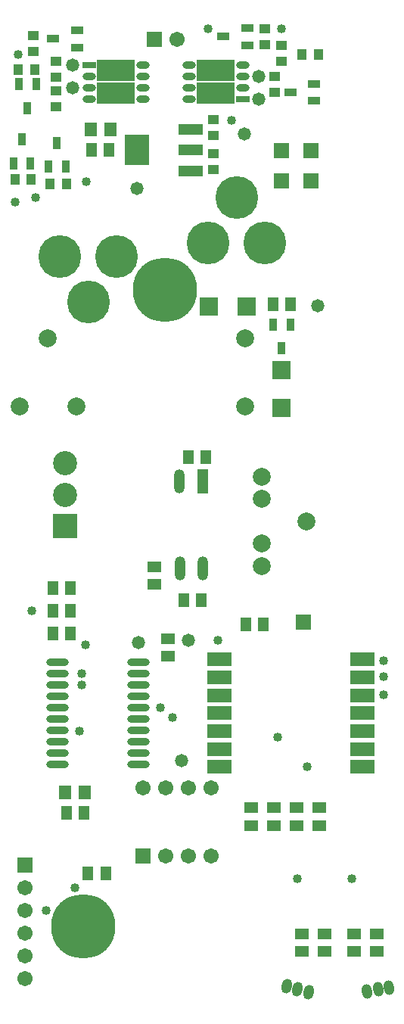
<source format=gts>
%FSTAX24Y24*%
%MOIN*%
G70*
G01*
G75*
G04 Layer_Color=8388736*
%ADD10O,0.0394X0.0984*%
%ADD11R,0.0394X0.0984*%
%ADD12R,0.0394X0.0512*%
%ADD13R,0.0709X0.0709*%
%ADD14R,0.0472X0.0512*%
%ADD15R,0.1004X0.0374*%
%ADD16R,0.1004X0.1299*%
%ADD17R,0.0512X0.0394*%
%ADD18R,0.0630X0.0630*%
%ADD19R,0.0374X0.0315*%
%ADD20R,0.0984X0.0512*%
%ADD21O,0.0906X0.0236*%
%ADD22R,0.0709X0.0709*%
%ADD23R,0.0256X0.0472*%
%ADD24R,0.1575X0.0866*%
%ADD25R,0.0512X0.0236*%
%ADD26O,0.0512X0.0236*%
%ADD27R,0.0315X0.0374*%
%ADD28R,0.0472X0.0256*%
%ADD29C,0.0100*%
%ADD30C,0.0300*%
%ADD31C,0.0250*%
%ADD32C,0.0600*%
%ADD33C,0.0200*%
%ADD34C,0.0080*%
%ADD35C,0.0060*%
%ADD36C,0.2756*%
%ADD37C,0.0709*%
%ADD38C,0.0984*%
%ADD39R,0.0984X0.0984*%
G04:AMPARAMS|DCode=40|XSize=37.4mil|YSize=57.1mil|CornerRadius=0mil|HoleSize=0mil|Usage=FLASHONLY|Rotation=345.000|XOffset=0mil|YOffset=0mil|HoleType=Round|Shape=Round|*
%AMOVALD40*
21,1,0.0197,0.0374,0.0000,0.0000,75.0*
1,1,0.0374,-0.0025,-0.0095*
1,1,0.0374,0.0025,0.0095*
%
%ADD40OVALD40*%

G04:AMPARAMS|DCode=41|XSize=37.4mil|YSize=57.1mil|CornerRadius=0mil|HoleSize=0mil|Usage=FLASHONLY|Rotation=10.000|XOffset=0mil|YOffset=0mil|HoleType=Round|Shape=Round|*
%AMOVALD41*
21,1,0.0197,0.0374,0.0000,0.0000,100.0*
1,1,0.0374,0.0017,-0.0097*
1,1,0.0374,-0.0017,0.0097*
%
%ADD41OVALD41*%

%ADD42R,0.0591X0.0591*%
%ADD43C,0.0591*%
%ADD44R,0.0591X0.0591*%
%ADD45C,0.1800*%
%ADD46C,0.0320*%
%ADD47C,0.0500*%
%ADD48C,0.0098*%
%ADD49C,0.0079*%
%ADD50C,0.0236*%
%ADD51C,0.0040*%
%ADD52C,0.0030*%
G04:AMPARAMS|DCode=53|XSize=165.4mil|YSize=0mil|CornerRadius=0mil|HoleSize=0mil|Usage=FLASHONLY|Rotation=345.000|XOffset=0mil|YOffset=0mil|HoleType=Round|Shape=Rectangle|*
%AMROTATEDRECTD53*
4,1,4,-0.0799,0.0214,-0.0799,0.0214,0.0799,-0.0214,0.0799,-0.0214,-0.0799,0.0214,0.0*
%
%ADD53ROTATEDRECTD53*%

G04:AMPARAMS|DCode=54|XSize=173.2mil|YSize=15.7mil|CornerRadius=0mil|HoleSize=0mil|Usage=FLASHONLY|Rotation=345.000|XOffset=0mil|YOffset=0mil|HoleType=Round|Shape=Rectangle|*
%AMROTATEDRECTD54*
4,1,4,-0.0857,0.0148,-0.0816,0.0300,0.0857,-0.0148,0.0816,-0.0300,-0.0857,0.0148,0.0*
%
%ADD54ROTATEDRECTD54*%

G04:AMPARAMS|DCode=55|XSize=165.4mil|YSize=0mil|CornerRadius=0mil|HoleSize=0mil|Usage=FLASHONLY|Rotation=10.000|XOffset=0mil|YOffset=0mil|HoleType=Round|Shape=Rectangle|*
%AMROTATEDRECTD55*
4,1,4,-0.0814,-0.0144,-0.0814,-0.0144,0.0814,0.0144,0.0814,0.0144,-0.0814,-0.0144,0.0*
%
%ADD55ROTATEDRECTD55*%

G04:AMPARAMS|DCode=56|XSize=173.2mil|YSize=15.7mil|CornerRadius=0mil|HoleSize=0mil|Usage=FLASHONLY|Rotation=10.000|XOffset=0mil|YOffset=0mil|HoleType=Round|Shape=Rectangle|*
%AMROTATEDRECTD56*
4,1,4,-0.0839,-0.0228,-0.0867,-0.0073,0.0839,0.0228,0.0867,0.0073,-0.0839,-0.0228,0.0*
%
%ADD56ROTATEDRECTD56*%

%ADD57O,0.0474X0.1064*%
%ADD58R,0.0474X0.1064*%
%ADD59R,0.0474X0.0592*%
%ADD60R,0.0789X0.0789*%
%ADD61R,0.0552X0.0592*%
%ADD62R,0.1084X0.0454*%
%ADD63R,0.1084X0.1379*%
%ADD64R,0.0592X0.0474*%
%ADD65R,0.0710X0.0710*%
%ADD66R,0.0454X0.0395*%
%ADD67R,0.1064X0.0592*%
%ADD68O,0.0986X0.0316*%
%ADD69R,0.0789X0.0789*%
%ADD70R,0.0336X0.0552*%
%ADD71R,0.1655X0.0946*%
%ADD72R,0.0592X0.0316*%
%ADD73O,0.0592X0.0316*%
%ADD74R,0.0395X0.0454*%
%ADD75R,0.0552X0.0336*%
%ADD76C,0.2836*%
%ADD77C,0.0789*%
%ADD78C,0.1064*%
%ADD79R,0.1064X0.1064*%
G04:AMPARAMS|DCode=80|XSize=45.4mil|YSize=65.1mil|CornerRadius=0mil|HoleSize=0mil|Usage=FLASHONLY|Rotation=345.000|XOffset=0mil|YOffset=0mil|HoleType=Round|Shape=Round|*
%AMOVALD80*
21,1,0.0197,0.0454,0.0000,0.0000,75.0*
1,1,0.0454,-0.0025,-0.0095*
1,1,0.0454,0.0025,0.0095*
%
%ADD80OVALD80*%

G04:AMPARAMS|DCode=81|XSize=45.4mil|YSize=65.1mil|CornerRadius=0mil|HoleSize=0mil|Usage=FLASHONLY|Rotation=10.000|XOffset=0mil|YOffset=0mil|HoleType=Round|Shape=Round|*
%AMOVALD81*
21,1,0.0197,0.0454,0.0000,0.0000,100.0*
1,1,0.0454,0.0017,-0.0097*
1,1,0.0454,-0.0017,0.0097*
%
%ADD81OVALD81*%

%ADD82R,0.0671X0.0671*%
%ADD83C,0.0671*%
%ADD84R,0.0671X0.0671*%
%ADD85C,0.1880*%
%ADD86C,0.0400*%
%ADD87C,0.0580*%
D57*
X193702Y153491D02*
D03*
X192718D02*
D03*
X192698Y157309D02*
D03*
D58*
X193702Y157309D02*
D03*
D59*
X193069Y158366D02*
D03*
X193857D02*
D03*
X196394Y151D02*
D03*
X195606D02*
D03*
X187706Y1427D02*
D03*
X188494D02*
D03*
X189594Y1719D02*
D03*
X188806D02*
D03*
X187106Y1506D02*
D03*
X187894D02*
D03*
X187106Y1516D02*
D03*
X187894D02*
D03*
Y1526D02*
D03*
X187106D02*
D03*
X197594Y1651D02*
D03*
X196806D02*
D03*
X189434Y14006D02*
D03*
X188646D02*
D03*
X192872Y152067D02*
D03*
X19366D02*
D03*
D60*
X19399Y165D02*
D03*
X195644D02*
D03*
D61*
X188527Y1436D02*
D03*
X187661D02*
D03*
X188773Y1728D02*
D03*
X189639D02*
D03*
D62*
X193171Y170994D02*
D03*
Y1719D02*
D03*
Y172806D02*
D03*
D63*
X190829Y1719D02*
D03*
D64*
X1991Y136606D02*
D03*
Y137394D02*
D03*
X2014Y136606D02*
D03*
Y137394D02*
D03*
X1981D02*
D03*
Y136606D02*
D03*
X2004Y137394D02*
D03*
Y136606D02*
D03*
X1922Y150394D02*
D03*
Y149606D02*
D03*
X19159Y152766D02*
D03*
Y153554D02*
D03*
X19585Y142156D02*
D03*
Y142944D02*
D03*
X19685Y142156D02*
D03*
Y142944D02*
D03*
X19785Y142156D02*
D03*
Y142944D02*
D03*
X19885Y142156D02*
D03*
Y142944D02*
D03*
D65*
X1972Y171869D02*
D03*
Y170531D02*
D03*
X1985Y170531D02*
D03*
Y171869D02*
D03*
D66*
X1942Y171754D02*
D03*
Y171046D02*
D03*
Y173254D02*
D03*
Y172546D02*
D03*
X19645Y176546D02*
D03*
Y177254D02*
D03*
X1972Y176504D02*
D03*
Y175796D02*
D03*
X1969Y174446D02*
D03*
Y175154D02*
D03*
X18725Y173796D02*
D03*
Y174504D02*
D03*
X18625Y176246D02*
D03*
Y176954D02*
D03*
X18725Y175804D02*
D03*
Y175096D02*
D03*
D67*
X19445Y149462D02*
D03*
Y148675D02*
D03*
Y147887D02*
D03*
Y1471D02*
D03*
Y146313D02*
D03*
Y145525D02*
D03*
Y144738D02*
D03*
X20075Y149462D02*
D03*
Y148675D02*
D03*
Y147887D02*
D03*
Y1471D02*
D03*
Y146313D02*
D03*
Y145525D02*
D03*
Y144738D02*
D03*
D68*
X190891Y14485D02*
D03*
Y14535D02*
D03*
Y14585D02*
D03*
Y14635D02*
D03*
Y14685D02*
D03*
Y14735D02*
D03*
Y14785D02*
D03*
Y14835D02*
D03*
Y14885D02*
D03*
Y14935D02*
D03*
X187309Y14485D02*
D03*
Y14535D02*
D03*
Y14585D02*
D03*
Y14635D02*
D03*
Y14685D02*
D03*
Y14735D02*
D03*
Y14785D02*
D03*
Y14835D02*
D03*
Y14885D02*
D03*
Y14935D02*
D03*
D69*
X1972Y160546D02*
D03*
Y1622D02*
D03*
D70*
Y163178D02*
D03*
X197574Y164222D02*
D03*
X196826D02*
D03*
X187674Y171178D02*
D03*
X186926D02*
D03*
X1873Y172222D02*
D03*
X186124Y171328D02*
D03*
X185376D02*
D03*
X18575Y172372D02*
D03*
X185624Y174806D02*
D03*
X186372D02*
D03*
X185998Y173761D02*
D03*
D71*
X1943Y1754D02*
D03*
Y1744D02*
D03*
X1899D02*
D03*
Y1754D02*
D03*
D72*
X195484Y17415D02*
D03*
X188716Y17565D02*
D03*
D73*
X195484Y17465D02*
D03*
Y17515D02*
D03*
Y17565D02*
D03*
X193116Y17415D02*
D03*
Y17465D02*
D03*
Y17515D02*
D03*
Y17565D02*
D03*
X188716Y17515D02*
D03*
Y17465D02*
D03*
Y17415D02*
D03*
X191084Y17565D02*
D03*
Y17515D02*
D03*
Y17465D02*
D03*
Y17415D02*
D03*
D74*
X186996Y1704D02*
D03*
X187704D02*
D03*
X198096Y1761D02*
D03*
X198804D02*
D03*
X185446Y1706D02*
D03*
X186154D02*
D03*
X186304Y17545D02*
D03*
X185596D02*
D03*
D75*
X195672Y177274D02*
D03*
Y176526D02*
D03*
X194628Y1769D02*
D03*
X198622Y174824D02*
D03*
Y174076D02*
D03*
X197578Y17445D02*
D03*
X188172Y177174D02*
D03*
Y176426D02*
D03*
X187128Y1768D02*
D03*
D76*
X19205Y16573D02*
D03*
X188443Y137696D02*
D03*
D77*
X1956Y1636D02*
D03*
Y1606D02*
D03*
X186899Y1636D02*
D03*
X185639Y1606D02*
D03*
X188159D02*
D03*
X1983Y15555D02*
D03*
X196332Y153581D02*
D03*
Y157519D02*
D03*
Y154566D02*
D03*
Y156534D02*
D03*
D78*
X187655Y156722D02*
D03*
Y1581D02*
D03*
D79*
Y155344D02*
D03*
D80*
X198375Y134808D02*
D03*
X197892Y134937D02*
D03*
X197409Y135067D02*
D03*
D81*
X201928Y135024D02*
D03*
X201435Y134937D02*
D03*
X200943Y134851D02*
D03*
D82*
X191593Y176772D02*
D03*
X19814Y1511D02*
D03*
D83*
X192593Y176772D02*
D03*
X1859Y1394D02*
D03*
Y1384D02*
D03*
Y1374D02*
D03*
Y1364D02*
D03*
Y1354D02*
D03*
X192077Y140822D02*
D03*
X193077D02*
D03*
X194077D02*
D03*
X191077Y143822D02*
D03*
X192077D02*
D03*
X193077D02*
D03*
X194077D02*
D03*
D84*
X1859Y1404D02*
D03*
X191077Y140822D02*
D03*
D85*
X195205Y169815D02*
D03*
X196455Y167815D02*
D03*
X193955D02*
D03*
X189927Y167224D02*
D03*
X187427D02*
D03*
X188677Y165224D02*
D03*
D86*
X195Y1732D02*
D03*
X1862Y1516D02*
D03*
X1979Y1398D02*
D03*
X2003D02*
D03*
X1883Y1463D02*
D03*
X1884Y14885D02*
D03*
Y14835D02*
D03*
X2017Y1494D02*
D03*
Y1487D02*
D03*
Y1479D02*
D03*
X1924Y1469D02*
D03*
X19185Y14735D02*
D03*
X1944Y1503D02*
D03*
X19703Y14603D02*
D03*
X19831Y14475D02*
D03*
X18682Y1384D02*
D03*
X18808Y1394D02*
D03*
X1856Y1761D02*
D03*
X1972Y17725D02*
D03*
X1886Y1705D02*
D03*
X18635Y1698D02*
D03*
X18545Y1696D02*
D03*
X19395Y17725D02*
D03*
X18855Y1501D02*
D03*
D87*
X190829Y1702D02*
D03*
X1909Y1502D02*
D03*
X1928Y145D02*
D03*
X1931Y1503D02*
D03*
X19555Y1726D02*
D03*
X19878Y16503D02*
D03*
X188Y17465D02*
D03*
X1962Y17515D02*
D03*
X188Y17565D02*
D03*
X1962Y17415D02*
D03*
M02*

</source>
